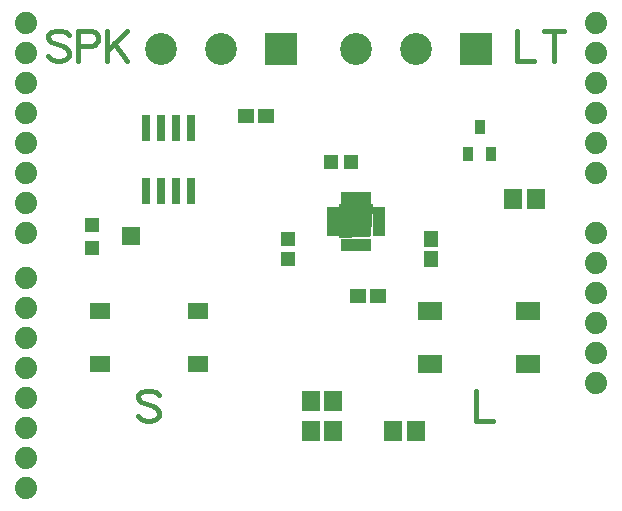
<source format=gbr>
%TF.GenerationSoftware,Novarm,DipTrace,3.0.0.2*%
%TF.CreationDate,2017-10-26T14:07:29+00:00*%
%FSLAX35Y35*%
%MOMM*%
%TF.FileFunction,Soldermask,Top*%
%TF.Part,Single*%
%AMOUTLINE1*
4,1,4,
-0.65,-0.6,
-0.65,0.6,
0.65,0.6,
0.65,-0.6,
-0.65,-0.6,
0*%
%AMOUTLINE4*
4,1,4,
0.6,-0.65,
-0.6,-0.65,
-0.6,0.65,
0.6,0.65,
0.6,-0.65,
0*%
%AMOUTLINE7*
4,1,4,
0.65,0.6,
0.65,-0.6,
-0.65,-0.6,
-0.65,0.6,
0.65,0.6,
0*%
%AMOUTLINE10*
4,1,4,
-0.75,-0.85,
-0.75,0.85,
0.75,0.85,
0.75,-0.85,
-0.75,-0.85,
0*%
%AMOUTLINE12*
4,1,4,
0.875,0.7,
-0.875,0.7,
-0.875,-0.7,
0.875,-0.7,
0.875,0.7,
0*%
%AMOUTLINE13*
4,1,4,
0.975,0.8,
-0.975,0.8,
-0.975,-0.8,
0.975,-0.8,
0.975,0.8,
0*%
%AMOUTLINE15*
4,1,4,
-0.875,-0.7,
0.875,-0.7,
0.875,0.7,
-0.875,0.7,
-0.875,-0.7,
0*%
%AMOUTLINE16*
4,1,4,
-0.975,-0.8,
0.975,-0.8,
0.975,0.8,
-0.975,0.8,
-0.975,-0.8,
0*%
%AMOUTLINE19*
4,1,4,
0.525,-0.24,
0.525,0.24,
-0.525,0.24,
-0.525,-0.24,
0.525,-0.24,
0*%
%AMOUTLINE22*
4,1,4,
-0.24,-0.525,
0.24,-0.525,
0.24,0.525,
-0.24,0.525,
-0.24,-0.525,
0*%
%AMOUTLINE25*
4,1,4,
1.45752,1.45,
-1.45,1.45,
-1.45,-1.4556,
1.25734,-1.30799,
1.45752,1.45,
0*%
%ADD30R,1.6X1.5*%
%ADD31R,1.2X1.2*%
%ADD34C,1.8796*%
%ADD43R,0.8X2.2*%
%ADD49R,0.85X1.25*%
%ADD51C,2.7*%
%ADD53R,2.7X2.7*%
%ADD55R,1.5X1.7*%
%ADD57R,1.3X1.2*%
%ADD59R,1.2X1.3*%
%ADD63C,0.39216*%
%ADD65OUTLINE1*%
%ADD68OUTLINE4*%
%ADD71OUTLINE7*%
%ADD74OUTLINE10*%
%ADD76OUTLINE12*%
%ADD77OUTLINE13*%
%ADD79OUTLINE15*%
%ADD80OUTLINE16*%
%ADD83OUTLINE19*%
%ADD86OUTLINE22*%
%ADD89OUTLINE25*%
G75*
G01*
%LPD*%
D59*
X3449500Y3095500D3*
Y3265500D3*
D65*
X4211500Y2778000D3*
X4041500D3*
D68*
X4656000Y3095500D3*
Y3265500D3*
D71*
X3259000Y4302000D3*
X3089000D3*
D57*
X3811973Y3916767D3*
X3981973D3*
D55*
X4529000Y1635000D3*
X4339000D3*
D53*
X5037000Y4873500D3*
D51*
X4529000D3*
X4021000D3*
D53*
X3386000D3*
D51*
X2878000D3*
X2370000D3*
D49*
X4973500Y3984500D3*
X5163500D3*
X5068500Y4214500D3*
D74*
X5544500Y3603500D3*
X5354500D3*
D55*
X3830500Y1635000D3*
X3640500D3*
X3830500Y1889000D3*
X3640500D3*
D77*
X5481500Y2206500D3*
D80*
X4651500D3*
X5481500Y2656500D3*
D77*
X4651500D3*
D76*
X2687500Y2206500D3*
D79*
X1857500D3*
X2687500Y2656500D3*
D76*
X1857500D3*
D83*
X3823500Y3513000D3*
Y3463000D3*
Y3413000D3*
Y3363000D3*
Y3313000D3*
D86*
X3920973Y3215500D3*
X3970987D3*
X4021000D3*
X4071013D3*
X4121027D3*
D83*
X4218500Y3313000D3*
Y3363000D3*
Y3413000D3*
Y3463000D3*
Y3513000D3*
D86*
X4121027Y3610500D3*
X4071013D3*
X4021000D3*
X3970987D3*
X3920973D3*
D89*
X4021000Y3413000D3*
D30*
X2116000Y3286000D3*
D31*
X1783500Y3386000D3*
Y3186000D3*
D43*
X2243000Y3667000D3*
X2370000D3*
X2497000D3*
X2624000D3*
Y4207000D3*
X2497000D3*
X2370000D3*
X2243000D3*
D34*
X6053000Y2047750D3*
Y2301750D3*
Y2555750D3*
Y2809750D3*
Y3063750D3*
Y3317750D3*
Y3825750D3*
Y4079750D3*
Y4333750D3*
Y4587750D3*
Y4841750D3*
Y5095750D3*
X1227000D3*
Y4841750D3*
Y4587750D3*
Y4333750D3*
Y4079750D3*
Y3825750D3*
Y3571750D3*
Y3317750D3*
Y2936750D3*
Y2682750D3*
Y2428750D3*
Y2174750D3*
Y1920750D3*
Y1666750D3*
Y1412750D3*
Y1158750D3*
X2349647Y1944707D2*
D63*
X2325501Y1969133D1*
X2289001Y1981207D1*
X2240428D1*
X2203928Y1969133D1*
X2179501Y1944707D1*
Y1920560D1*
X2191855Y1896133D1*
X2203928Y1884060D1*
X2228074Y1871987D1*
X2301074Y1847560D1*
X2325501Y1835487D1*
X2337574Y1823133D1*
X2349647Y1798987D1*
Y1762487D1*
X2325501Y1738341D1*
X2289001Y1725987D1*
X2240428D1*
X2203928Y1738341D1*
X2179501Y1762487D1*
X5037001Y1981207D2*
Y1725987D1*
X5182720D1*
X1587647Y4992707D2*
X1563501Y5017133D1*
X1527001Y5029207D1*
X1478428D1*
X1441928Y5017133D1*
X1417501Y4992707D1*
Y4968560D1*
X1429855Y4944133D1*
X1441928Y4932060D1*
X1466074Y4919987D1*
X1539074Y4895560D1*
X1563501Y4883487D1*
X1575574Y4871133D1*
X1587647Y4846987D1*
Y4810487D1*
X1563501Y4786341D1*
X1527001Y4773987D1*
X1478428D1*
X1441928Y4786341D1*
X1417501Y4810487D1*
X1666079Y4895560D2*
X1775579D1*
X1811798Y4907633D1*
X1824152Y4919987D1*
X1836225Y4944133D1*
Y4980633D1*
X1824152Y5004780D1*
X1811798Y5017133D1*
X1775579Y5029207D1*
X1666079D1*
Y4773987D1*
X1914656Y5029207D2*
Y4773987D1*
X2084802Y5029207D2*
X1914656Y4859060D1*
X1975302Y4919987D2*
X2084802Y4773987D1*
X5386251Y5029207D2*
Y4773987D1*
X5531970D1*
X5695475Y5029207D2*
Y4773987D1*
X5610402Y5029207D2*
X5780548D1*
M02*

</source>
